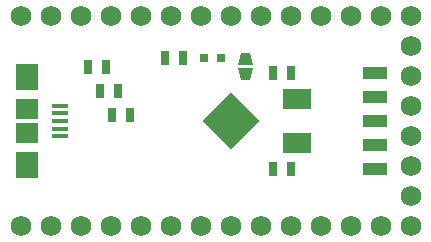
<source format=gbs>
G04 (created by PCBNEW (2013-03-04 BZR 3984)-stable) date 10/14/2013 1:41:13 PM*
%MOIN*%
G04 Gerber Fmt 3.4, Leading zero omitted, Abs format*
%FSLAX34Y34*%
G01*
G70*
G90*
G04 APERTURE LIST*
%ADD10C,0*%
%ADD11C,0.0688976*%
%ADD12R,0.0944882X0.0669291*%
%ADD13R,0.0748031X0.0905512*%
%ADD14R,0.0748031X0.0698819*%
%ADD15R,0.0551181X0.015748*%
%ADD16R,0.025X0.045*%
%ADD17R,0.0314X0.0314*%
%ADD18R,0.0787402X0.0393701*%
G04 APERTURE END LIST*
G54D10*
G54D11*
X54000Y-24500D03*
X53000Y-31500D03*
X54000Y-31500D03*
X55000Y-31500D03*
X56000Y-31500D03*
X57000Y-31500D03*
X57000Y-30500D03*
X57000Y-29500D03*
X57000Y-28500D03*
X57000Y-27500D03*
X57000Y-26500D03*
X57000Y-25500D03*
X57000Y-24500D03*
X56000Y-24500D03*
X55000Y-24500D03*
X52000Y-31500D03*
X53000Y-24500D03*
X52000Y-24500D03*
X51000Y-24500D03*
X50000Y-24500D03*
X49000Y-24500D03*
X48000Y-24500D03*
X47000Y-24500D03*
X46000Y-24500D03*
X45000Y-24500D03*
X44000Y-31500D03*
X44000Y-24500D03*
X51000Y-31500D03*
X50000Y-31500D03*
X49000Y-31500D03*
X48000Y-31500D03*
X47000Y-31500D03*
G54D12*
X53200Y-27271D03*
X53200Y-28728D03*
G54D13*
X44200Y-29476D03*
X44200Y-26523D03*
G54D14*
X44200Y-28403D03*
X44200Y-27596D03*
G54D15*
X45322Y-28511D03*
X45322Y-28255D03*
X45322Y-28000D03*
X45322Y-27744D03*
X45322Y-27488D03*
G54D10*
G36*
X51000Y-28946D02*
X50053Y-28000D01*
X51000Y-27053D01*
X51946Y-28000D01*
X51000Y-28946D01*
X51000Y-28946D01*
G37*
G54D16*
X53000Y-29600D03*
X52400Y-29600D03*
X53000Y-26400D03*
X52400Y-26400D03*
G54D17*
X50695Y-25900D03*
X50105Y-25900D03*
G54D10*
G36*
X51352Y-26646D02*
X51253Y-26253D01*
X51746Y-26253D01*
X51647Y-26646D01*
X51352Y-26646D01*
X51352Y-26646D01*
G37*
G36*
X51253Y-26146D02*
X51352Y-25753D01*
X51647Y-25753D01*
X51746Y-26146D01*
X51253Y-26146D01*
X51253Y-26146D01*
G37*
G54D11*
X45000Y-31500D03*
X46000Y-31500D03*
G54D16*
X46650Y-27000D03*
X47250Y-27000D03*
X47050Y-27800D03*
X47650Y-27800D03*
X46250Y-26200D03*
X46850Y-26200D03*
X49400Y-25900D03*
X48800Y-25900D03*
G54D18*
X55800Y-29600D03*
X55800Y-28000D03*
X55800Y-26400D03*
X55800Y-27200D03*
X55800Y-28800D03*
M02*

</source>
